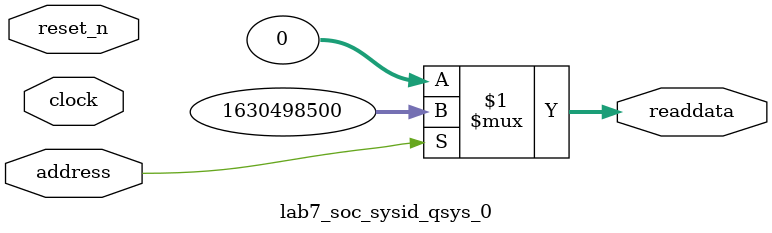
<source format=v>



// synthesis translate_off
`timescale 1ns / 1ps
// synthesis translate_on

// turn off superfluous verilog processor warnings 
// altera message_level Level1 
// altera message_off 10034 10035 10036 10037 10230 10240 10030 

module lab7_soc_sysid_qsys_0 (
               // inputs:
                address,
                clock,
                reset_n,

               // outputs:
                readdata
             )
;

  output  [ 31: 0] readdata;
  input            address;
  input            clock;
  input            reset_n;

  wire    [ 31: 0] readdata;
  //control_slave, which is an e_avalon_slave
  assign readdata = address ? 1630498500 : 0;

endmodule



</source>
